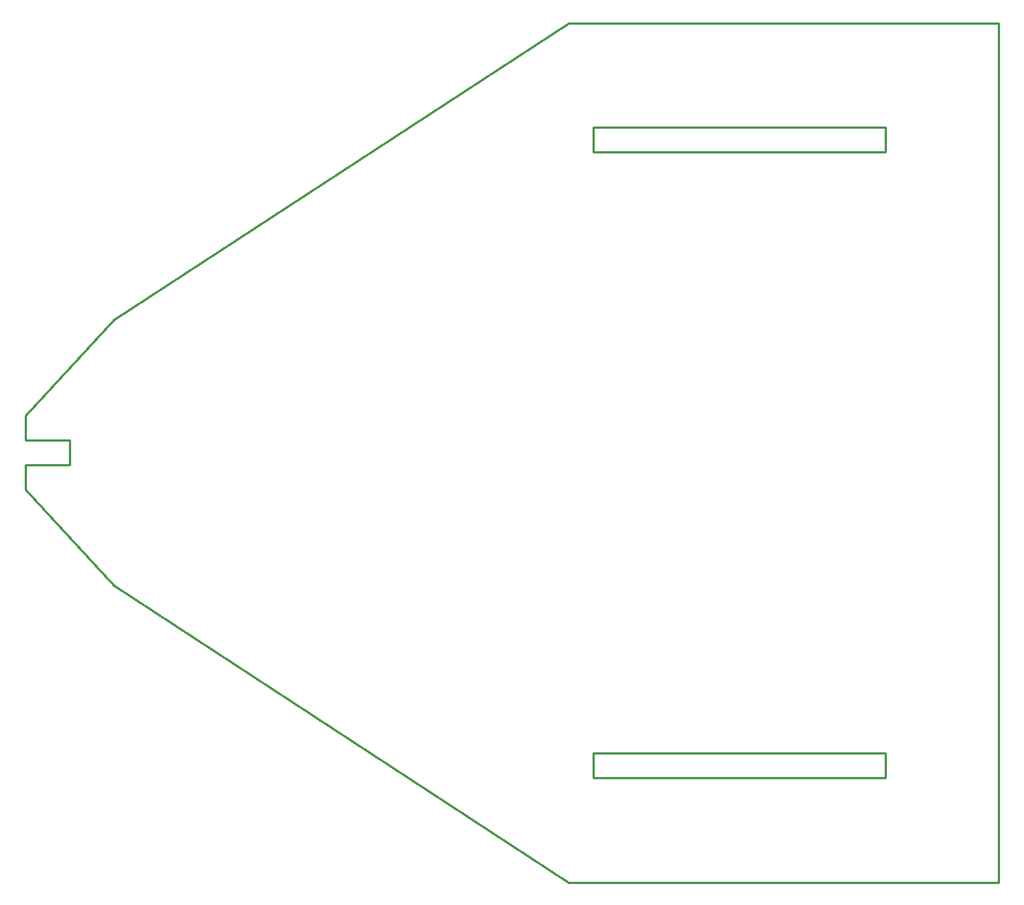
<source format=gbr>
G04 #@! TF.GenerationSoftware,KiCad,Pcbnew,(6.0.7)*
G04 #@! TF.CreationDate,2023-01-30T12:15:34-08:00*
G04 #@! TF.ProjectId,RobotDriver3,526f626f-7444-4726-9976-6572332e6b69,rev?*
G04 #@! TF.SameCoordinates,Original*
G04 #@! TF.FileFunction,Profile,NP*
%FSLAX46Y46*%
G04 Gerber Fmt 4.6, Leading zero omitted, Abs format (unit mm)*
G04 Created by KiCad (PCBNEW (6.0.7)) date 2023-01-30 12:15:34*
%MOMM*%
%LPD*%
G01*
G04 APERTURE LIST*
G04 #@! TA.AperFunction,Profile*
%ADD10C,0.264583*%
G04 #@! TD*
G04 APERTURE END LIST*
D10*
X149199742Y-23199898D02*
X182199799Y-23199898D01*
X149199742Y-25999718D02*
X149199742Y-25999718D01*
X84999946Y-61400139D02*
X84999946Y-64199974D01*
X94999854Y-44999596D02*
X84999946Y-55799965D01*
X182199799Y-93998680D02*
X182199799Y-93998680D01*
X194999955Y-108599907D02*
X194999955Y-108599907D01*
X94999854Y-44999596D02*
X94999854Y-44999596D01*
X182199799Y-96800560D02*
X149199742Y-96800560D01*
X84999946Y-58599800D02*
X84999946Y-58599800D01*
X84999946Y-61400139D02*
X84999946Y-61400139D01*
X182199799Y-93998680D02*
X182199799Y-96800560D01*
X182199799Y-23199898D02*
X182199799Y-25999718D01*
X94999854Y-74998802D02*
X146399914Y-108599907D01*
X84999946Y-64199974D02*
X94999854Y-74998802D01*
X195000054Y-11400093D02*
X195000054Y-11400093D01*
X90000158Y-58599800D02*
X90000158Y-58599800D01*
X94999854Y-74998802D02*
X94999854Y-74998802D01*
X146399914Y-11400093D02*
X94999854Y-44999596D01*
X84999946Y-58599800D02*
X90000158Y-58599800D01*
X149199742Y-96800560D02*
X149199742Y-96800560D01*
X182199799Y-25999718D02*
X149199742Y-25999718D01*
X182199799Y-23199898D02*
X182199799Y-23199898D01*
X146399914Y-108599907D02*
X194999955Y-108599907D01*
X90000158Y-61400139D02*
X84999946Y-61400139D01*
X149199742Y-96800560D02*
X149199742Y-93998680D01*
X149199742Y-93998680D02*
X182199799Y-93998680D01*
X149199742Y-25999718D02*
X149199742Y-23199898D01*
X194999955Y-108599907D02*
X195000054Y-11400093D01*
X90000158Y-58599800D02*
X90000158Y-61400139D01*
X195000054Y-11400093D02*
X146399914Y-11400093D01*
X146399914Y-108599907D02*
X146399914Y-108599907D01*
X84999946Y-64199974D02*
X84999946Y-64199974D01*
X182199799Y-25999718D02*
X182199799Y-25999718D01*
X90000158Y-61400139D02*
X90000158Y-61400139D01*
X84999946Y-55799965D02*
X84999946Y-58599800D01*
X182199799Y-96800560D02*
X182199799Y-96800560D01*
X84999946Y-55799965D02*
X84999946Y-55799965D01*
M02*

</source>
